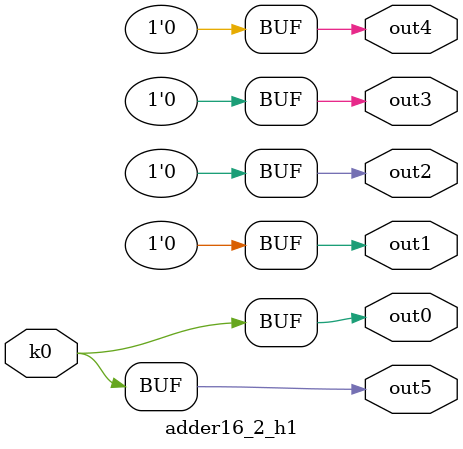
<source format=v>
module adder16_2(pi00, pi01, pi02, pi03, pi04, pi05, pi06, pi07, pi08, pi09, pi10, po0, po1, po2, po3, po4, po5);
input pi00, pi01, pi02, pi03, pi04, pi05, pi06, pi07, pi08, pi09, pi10;
output po0, po1, po2, po3, po4, po5;
wire k0;
adder16_2_w1 DUT1 (pi00, pi01, pi02, pi03, pi04, pi05, pi06, pi07, pi08, pi09, pi10, k0);
adder16_2_h1 DUT2 (k0, po0, po1, po2, po3, po4, po5);
endmodule

module adder16_2_w1(in10, in9, in8, in7, in6, in5, in4, in3, in2, in1, in0, k0);
input in10, in9, in8, in7, in6, in5, in4, in3, in2, in1, in0;
output k0;
assign k0 =   in10 ? (in5 ^ in0) : (~in5 ^ in0);
endmodule

module adder16_2_h1(k0, out5, out4, out3, out2, out1, out0);
input k0;
output out5, out4, out3, out2, out1, out0;
assign out0 = k0;
assign out1 = 0;
assign out2 = 0;
assign out3 = 0;
assign out4 = 0;
assign out5 = k0;
endmodule

</source>
